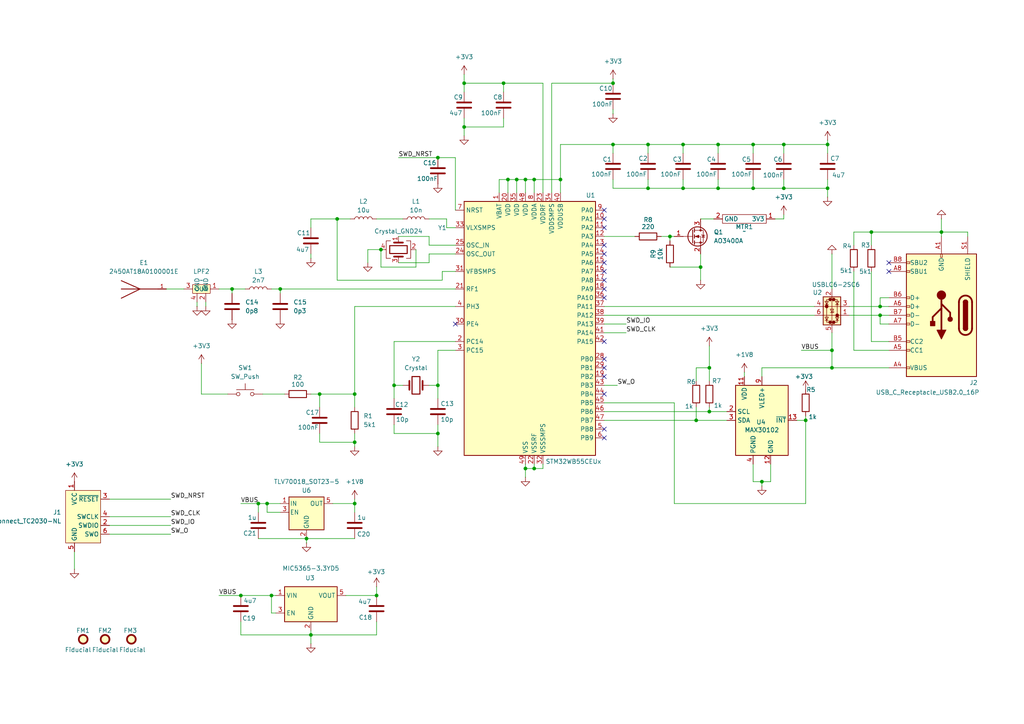
<source format=kicad_sch>
(kicad_sch (version 20231120) (generator "eeschema") (generator_version "8.0")
  (paper "A4")
  (junction (at 154.94 135.89))
  (junction (at 218.44 54.61))
  (junction (at 201.93 121.92))
  (junction (at 102.87 114.3))
  (junction (at 90.17 184.15))
  (junction (at 252.73 67.31))
  (junction (at 240.03 54.61))
  (junction (at 110.49 72.39))
  (junction (at 205.74 106.68))
  (junction (at 220.98 139.7))
  (junction (at 127 125.73))
  (junction (at 77.47 146.05))
  (junction (at 127 45.72))
  (junction (at 114.3 111.76))
  (junction (at 152.4 52.07))
  (junction (at 149.86 52.07))
  (junction (at 233.68 121.92))
  (junction (at 208.28 41.91))
  (junction (at 187.96 41.91))
  (junction (at 241.3 101.6))
  (junction (at 240.03 41.91))
  (junction (at 69.85 172.72))
  (junction (at 218.44 41.91))
  (junction (at 203.2 77.47))
  (junction (at 147.32 52.07))
  (junction (at 97.79 63.5))
  (junction (at 92.71 114.3))
  (junction (at 152.4 135.89))
  (junction (at 127 111.76))
  (junction (at 205.74 119.38))
  (junction (at 208.28 54.61))
  (junction (at 154.94 52.07))
  (junction (at 134.62 24.13))
  (junction (at 88.9 156.21))
  (junction (at 134.62 36.83))
  (junction (at 146.05 24.13))
  (junction (at 81.28 83.82))
  (junction (at 187.96 54.61))
  (junction (at 241.3 106.68))
  (junction (at 102.87 146.05))
  (junction (at 198.12 41.91))
  (junction (at 227.33 54.61))
  (junction (at 194.31 68.58))
  (junction (at 177.8 41.91))
  (junction (at 227.33 41.91))
  (junction (at 177.8 24.13))
  (junction (at 255.27 88.9))
  (junction (at 273.05 67.31))
  (junction (at 255.27 91.44))
  (junction (at 102.87 128.27))
  (junction (at 74.93 146.05))
  (junction (at 67.31 83.82))
  (junction (at 109.22 172.72))
  (junction (at 162.56 52.07))
  (junction (at 198.12 54.61))
  (junction (at 78.74 172.72))
  (no_connect (at 175.26 86.36))
  (no_connect (at 175.26 99.06))
  (no_connect (at 175.26 104.14))
  (no_connect (at 175.26 73.66))
  (no_connect (at 175.26 76.2))
  (no_connect (at 132.08 93.98))
  (no_connect (at 175.26 81.28))
  (no_connect (at 175.26 106.68))
  (no_connect (at 175.26 83.82))
  (no_connect (at 175.26 127))
  (no_connect (at 175.26 60.96))
  (no_connect (at 175.26 78.74))
  (no_connect (at 175.26 66.04))
  (no_connect (at 175.26 114.3))
  (no_connect (at 257.81 76.2))
  (no_connect (at 175.26 109.22))
  (no_connect (at 257.81 78.74))
  (no_connect (at 175.26 124.46))
  (no_connect (at 175.26 71.12))
  (no_connect (at 175.26 63.5))
  (wire (pts (xy 227.33 54.61) (xy 227.33 52.07)))
  (wire (pts (xy 127 125.73) (xy 127 123.19)))
  (wire (pts (xy 154.94 52.07) (xy 154.94 55.88)))
  (wire (pts (xy 252.73 99.06) (xy 252.73 78.74)))
  (wire (pts (xy 201.93 106.68) (xy 205.74 106.68)))
  (wire (pts (xy 208.28 41.91) (xy 208.28 44.45)))
  (wire (pts (xy 69.85 172.72) (xy 78.74 172.72)))
  (wire (pts (xy 175.26 91.44) (xy 236.22 91.44)))
  (wire (pts (xy 198.12 54.61) (xy 208.28 54.61)))
  (wire (pts (xy 77.47 146.05) (xy 74.93 146.05)))
  (wire (pts (xy 90.17 184.15) (xy 90.17 182.88)))
  (wire (pts (xy 280.67 67.31) (xy 273.05 67.31)))
  (wire (pts (xy 102.87 146.05) (xy 102.87 148.59)))
  (wire (pts (xy 115.57 68.58) (xy 124.46 68.58)))
  (wire (pts (xy 227.33 41.91) (xy 227.33 44.45)))
  (wire (pts (xy 203.2 81.28) (xy 203.2 77.47)))
  (wire (pts (xy 149.86 52.07) (xy 152.4 52.07)))
  (wire (pts (xy 96.52 146.05) (xy 102.87 146.05)))
  (wire (pts (xy 146.05 24.13) (xy 146.05 26.67)))
  (wire (pts (xy 149.86 52.07) (xy 149.86 55.88)))
  (wire (pts (xy 255.27 88.9) (xy 257.81 88.9)))
  (wire (pts (xy 127 111.76) (xy 127 115.57)))
  (wire (pts (xy 257.81 86.36) (xy 255.27 86.36)))
  (wire (pts (xy 247.65 67.31) (xy 252.73 67.31)))
  (wire (pts (xy 224.79 63.5) (xy 227.33 63.5)))
  (wire (pts (xy 88.9 156.21) (xy 74.93 156.21)))
  (wire (pts (xy 128.27 78.74) (xy 132.08 78.74)))
  (wire (pts (xy 134.62 21.59) (xy 134.62 24.13)))
  (wire (pts (xy 115.57 45.72) (xy 127 45.72)))
  (wire (pts (xy 218.44 139.7) (xy 220.98 139.7)))
  (wire (pts (xy 218.44 134.62) (xy 218.44 139.7)))
  (wire (pts (xy 106.68 76.2) (xy 106.68 72.39)))
  (wire (pts (xy 257.81 93.98) (xy 255.27 93.98)))
  (wire (pts (xy 90.17 186.69) (xy 90.17 184.15)))
  (wire (pts (xy 132.08 45.72) (xy 132.08 60.96)))
  (wire (pts (xy 152.4 134.62) (xy 152.4 135.89)))
  (wire (pts (xy 48.26 83.82) (xy 53.34 83.82)))
  (wire (pts (xy 247.65 71.12) (xy 247.65 67.31)))
  (wire (pts (xy 162.56 52.07) (xy 162.56 41.91)))
  (wire (pts (xy 233.68 121.92) (xy 233.68 146.05)))
  (wire (pts (xy 198.12 41.91) (xy 208.28 41.91)))
  (wire (pts (xy 114.3 111.76) (xy 116.84 111.76)))
  (wire (pts (xy 201.93 106.68) (xy 201.93 110.49)))
  (wire (pts (xy 31.75 149.86) (xy 49.53 149.86)))
  (wire (pts (xy 157.48 135.89) (xy 157.48 134.62)))
  (wire (pts (xy 154.94 135.89) (xy 154.94 134.62)))
  (wire (pts (xy 97.79 63.5) (xy 101.6 63.5)))
  (wire (pts (xy 124.46 111.76) (xy 127 111.76)))
  (wire (pts (xy 114.3 111.76) (xy 114.3 115.57)))
  (wire (pts (xy 241.3 106.68) (xy 257.81 106.68)))
  (wire (pts (xy 233.68 146.05) (xy 195.58 146.05)))
  (wire (pts (xy 273.05 63.5) (xy 273.05 67.31)))
  (wire (pts (xy 240.03 54.61) (xy 240.03 52.07)))
  (wire (pts (xy 31.75 144.78) (xy 49.53 144.78)))
  (wire (pts (xy 31.75 154.94) (xy 49.53 154.94)))
  (wire (pts (xy 21.59 160.02) (xy 21.59 165.1)))
  (wire (pts (xy 57.15 87.63) (xy 57.15 88.9)))
  (wire (pts (xy 177.8 22.86) (xy 177.8 24.13)))
  (wire (pts (xy 66.04 114.3) (xy 58.42 114.3)))
  (wire (pts (xy 124.46 71.12) (xy 132.08 71.12)))
  (wire (pts (xy 194.31 77.47) (xy 203.2 77.47)))
  (wire (pts (xy 109.22 172.72) (xy 100.33 172.72)))
  (wire (pts (xy 220.98 106.68) (xy 241.3 106.68)))
  (wire (pts (xy 110.49 77.47) (xy 110.49 72.39)))
  (wire (pts (xy 31.75 152.4) (xy 49.53 152.4)))
  (wire (pts (xy 78.74 177.8) (xy 78.74 172.72)))
  (wire (pts (xy 129.54 63.5) (xy 124.46 63.5)))
  (wire (pts (xy 109.22 170.18) (xy 109.22 172.72)))
  (wire (pts (xy 144.78 52.07) (xy 147.32 52.07)))
  (wire (pts (xy 218.44 41.91) (xy 218.44 44.45)))
  (wire (pts (xy 215.9 107.95) (xy 215.9 109.22)))
  (wire (pts (xy 97.79 63.5) (xy 97.79 81.28)))
  (wire (pts (xy 227.33 41.91) (xy 240.03 41.91)))
  (wire (pts (xy 147.32 52.07) (xy 149.86 52.07)))
  (wire (pts (xy 201.93 118.11) (xy 201.93 121.92)))
  (wire (pts (xy 205.74 119.38) (xy 210.82 119.38)))
  (wire (pts (xy 208.28 52.07) (xy 208.28 54.61)))
  (wire (pts (xy 187.96 52.07) (xy 187.96 54.61)))
  (wire (pts (xy 90.17 114.3) (xy 92.71 114.3)))
  (wire (pts (xy 160.02 55.88) (xy 160.02 24.13)))
  (wire (pts (xy 146.05 36.83) (xy 134.62 36.83)))
  (wire (pts (xy 247.65 78.74) (xy 247.65 101.6)))
  (wire (pts (xy 252.73 67.31) (xy 252.73 71.12)))
  (wire (pts (xy 175.26 96.52) (xy 181.61 96.52)))
  (wire (pts (xy 109.22 63.5) (xy 116.84 63.5)))
  (wire (pts (xy 208.28 54.61) (xy 218.44 54.61)))
  (wire (pts (xy 90.17 63.5) (xy 97.79 63.5)))
  (wire (pts (xy 177.8 41.91) (xy 187.96 41.91)))
  (wire (pts (xy 124.46 76.2) (xy 124.46 73.66)))
  (wire (pts (xy 220.98 106.68) (xy 220.98 109.22)))
  (wire (pts (xy 205.74 100.33) (xy 205.74 106.68)))
  (wire (pts (xy 102.87 114.3) (xy 102.87 118.11)))
  (wire (pts (xy 218.44 41.91) (xy 227.33 41.91)))
  (wire (pts (xy 128.27 81.28) (xy 128.27 78.74)))
  (wire (pts (xy 102.87 128.27) (xy 102.87 129.54)))
  (wire (pts (xy 227.33 54.61) (xy 240.03 54.61)))
  (wire (pts (xy 127 111.76) (xy 127 101.6)))
  (wire (pts (xy 152.4 52.07) (xy 154.94 52.07)))
  (wire (pts (xy 152.4 135.89) (xy 154.94 135.89)))
  (wire (pts (xy 175.26 68.58) (xy 184.15 68.58)))
  (wire (pts (xy 81.28 148.59) (xy 77.47 148.59)))
  (wire (pts (xy 246.38 91.44) (xy 255.27 91.44)))
  (wire (pts (xy 160.02 24.13) (xy 177.8 24.13)))
  (wire (pts (xy 109.22 180.34) (xy 109.22 184.15)))
  (wire (pts (xy 255.27 86.36) (xy 255.27 88.9)))
  (wire (pts (xy 195.58 116.84) (xy 175.26 116.84)))
  (wire (pts (xy 67.31 85.09) (xy 67.31 83.82)))
  (wire (pts (xy 280.67 68.58) (xy 280.67 67.31)))
  (wire (pts (xy 78.74 83.82) (xy 81.28 83.82)))
  (wire (pts (xy 92.71 128.27) (xy 102.87 128.27)))
  (wire (pts (xy 63.5 172.72) (xy 69.85 172.72)))
  (wire (pts (xy 106.68 72.39) (xy 110.49 72.39)))
  (wire (pts (xy 114.3 111.76) (xy 114.3 99.06)))
  (wire (pts (xy 175.26 88.9) (xy 236.22 88.9)))
  (wire (pts (xy 129.54 66.04) (xy 132.08 66.04)))
  (wire (pts (xy 81.28 83.82) (xy 81.28 85.09)))
  (wire (pts (xy 129.54 63.5) (xy 129.54 66.04)))
  (wire (pts (xy 114.3 99.06) (xy 132.08 99.06)))
  (wire (pts (xy 241.3 101.6) (xy 232.41 101.6)))
  (wire (pts (xy 69.85 180.34) (xy 69.85 184.15)))
  (wire (pts (xy 218.44 52.07) (xy 218.44 54.61)))
  (wire (pts (xy 162.56 52.07) (xy 162.56 55.88)))
  (wire (pts (xy 146.05 34.29) (xy 146.05 36.83)))
  (wire (pts (xy 177.8 31.75) (xy 177.8 33.02)))
  (wire (pts (xy 198.12 52.07) (xy 198.12 54.61)))
  (wire (pts (xy 177.8 41.91) (xy 177.8 44.45)))
  (wire (pts (xy 255.27 93.98) (xy 255.27 91.44)))
  (wire (pts (xy 120.65 72.39) (xy 120.65 77.47)))
  (wire (pts (xy 177.8 52.07) (xy 177.8 54.61)))
  (wire (pts (xy 102.87 156.21) (xy 88.9 156.21)))
  (wire (pts (xy 67.31 83.82) (xy 71.12 83.82)))
  (wire (pts (xy 273.05 68.58) (xy 273.05 67.31)))
  (wire (pts (xy 201.93 121.92) (xy 210.82 121.92)))
  (wire (pts (xy 127 45.72) (xy 132.08 45.72)))
  (wire (pts (xy 58.42 105.41) (xy 58.42 114.3)))
  (wire (pts (xy 240.03 54.61) (xy 240.03 57.15)))
  (wire (pts (xy 175.26 121.92) (xy 201.93 121.92)))
  (wire (pts (xy 247.65 101.6) (xy 257.81 101.6)))
  (wire (pts (xy 92.71 125.73) (xy 92.71 128.27)))
  (wire (pts (xy 97.79 81.28) (xy 128.27 81.28)))
  (wire (pts (xy 240.03 41.91) (xy 240.03 44.45)))
  (wire (pts (xy 187.96 41.91) (xy 187.96 44.45)))
  (wire (pts (xy 124.46 68.58) (xy 124.46 71.12)))
  (wire (pts (xy 162.56 41.91) (xy 177.8 41.91)))
  (wire (pts (xy 81.28 146.05) (xy 77.47 146.05)))
  (wire (pts (xy 80.01 177.8) (xy 78.74 177.8)))
  (wire (pts (xy 241.3 101.6) (xy 241.3 106.68)))
  (wire (pts (xy 134.62 36.83) (xy 134.62 39.37)))
  (wire (pts (xy 124.46 73.66) (xy 132.08 73.66)))
  (wire (pts (xy 227.33 62.23) (xy 227.33 63.5)))
  (wire (pts (xy 102.87 114.3) (xy 92.71 114.3)))
  (wire (pts (xy 223.52 139.7) (xy 220.98 139.7)))
  (wire (pts (xy 233.68 120.65) (xy 233.68 121.92)))
  (wire (pts (xy 241.3 73.66) (xy 241.3 83.82)))
  (wire (pts (xy 76.2 114.3) (xy 82.55 114.3)))
  (wire (pts (xy 207.01 63.5) (xy 203.2 63.5)))
  (wire (pts (xy 146.05 24.13) (xy 134.62 24.13)))
  (wire (pts (xy 146.05 24.13) (xy 157.48 24.13)))
  (wire (pts (xy 102.87 128.27) (xy 102.87 125.73)))
  (wire (pts (xy 154.94 135.89) (xy 157.48 135.89)))
  (wire (pts (xy 194.31 68.58) (xy 194.31 69.85)))
  (wire (pts (xy 273.05 67.31) (xy 252.73 67.31)))
  (wire (pts (xy 152.4 135.89) (xy 152.4 138.43)))
  (wire (pts (xy 240.03 40.64) (xy 240.03 41.91)))
  (wire (pts (xy 115.57 76.2) (xy 124.46 76.2)))
  (wire (pts (xy 90.17 63.5) (xy 90.17 66.04)))
  (wire (pts (xy 109.22 184.15) (xy 90.17 184.15)))
  (wire (pts (xy 114.3 123.19) (xy 114.3 125.73)))
  (wire (pts (xy 175.26 119.38) (xy 205.74 119.38)))
  (wire (pts (xy 120.65 77.47) (xy 110.49 77.47)))
  (wire (pts (xy 78.74 172.72) (xy 80.01 172.72)))
  (wire (pts (xy 177.8 54.61) (xy 187.96 54.61)))
  (wire (pts (xy 144.78 55.88) (xy 144.78 52.07)))
  (wire (pts (xy 69.85 184.15) (xy 90.17 184.15)))
  (wire (pts (xy 205.74 106.68) (xy 205.74 110.49)))
  (wire (pts (xy 88.9 157.48) (xy 88.9 156.21)))
  (wire (pts (xy 102.87 88.9) (xy 132.08 88.9)))
  (wire (pts (xy 220.98 139.7) (xy 220.98 140.97)))
  (wire (pts (xy 203.2 77.47) (xy 203.2 73.66)))
  (wire (pts (xy 205.74 119.38) (xy 205.74 118.11)))
  (wire (pts (xy 92.71 114.3) (xy 92.71 118.11)))
  (wire (pts (xy 157.48 24.13) (xy 157.48 55.88)))
  (wire (pts (xy 208.28 41.91) (xy 218.44 41.91)))
  (wire (pts (xy 187.96 41.91) (xy 198.12 41.91)))
  (wire (pts (xy 127 101.6) (xy 132.08 101.6)))
  (wire (pts (xy 81.28 83.82) (xy 132.08 83.82)))
  (wire (pts (xy 127 125.73) (xy 127 129.54)))
  (wire (pts (xy 255.27 91.44) (xy 257.81 91.44)))
  (wire (pts (xy 134.62 24.13) (xy 134.62 26.67)))
  (wire (pts (xy 152.4 52.07) (xy 152.4 55.88)))
  (wire (pts (xy 223.52 139.7) (xy 223.52 134.62)))
  (wire (pts (xy 218.44 54.61) (xy 227.33 54.61)))
  (wire (pts (xy 147.32 52.07) (xy 147.32 55.88)))
  (wire (pts (xy 102.87 88.9) (xy 102.87 114.3)))
  (wire (pts (xy 74.93 146.05) (xy 74.93 148.59)))
  (wire (pts (xy 257.81 99.06) (xy 252.73 99.06)))
  (wire (pts (xy 198.12 41.91) (xy 198.12 44.45)))
  (wire (pts (xy 191.77 68.58) (xy 194.31 68.58)))
  (wire (pts (xy 59.69 87.63) (xy 59.69 88.9)))
  (wire (pts (xy 154.94 52.07) (xy 162.56 52.07)))
  (wire (pts (xy 69.85 146.05) (xy 74.93 146.05)))
  (wire (pts (xy 231.14 121.92) (xy 233.68 121.92)))
  (wire (pts (xy 90.17 73.66) (xy 90.17 74.93)))
  (wire (pts (xy 187.96 54.61) (xy 198.12 54.61)))
  (wire (pts (xy 102.87 144.78) (xy 102.87 146.05)))
  (wire (pts (xy 114.3 125.73) (xy 127 125.73)))
  (wire (pts (xy 194.31 68.58) (xy 195.58 68.58)))
  (wire (pts (xy 63.5 83.82) (xy 67.31 83.82)))
  (wire (pts (xy 246.38 88.9) (xy 255.27 88.9)))
  (wire (pts (xy 77.47 146.05) (xy 77.47 148.59)))
  (wire (pts (xy 175.26 111.76) (xy 179.07 111.76)))
  (wire (pts (xy 134.62 36.83) (xy 134.62 34.29)))
  (wire (pts (xy 175.26 93.98) (xy 181.61 93.98)))
  (wire (pts (xy 195.58 146.05) (xy 195.58 116.84)))
  (wire (pts (xy 241.3 96.52) (xy 241.3 101.6)))
  (label "VBUS" (at 232.41 101.6 0))
  (label "SWD_CLK" (at 49.53 149.86 0))
  (label "VBUS" (at 63.5 172.72 0))
  (label "SWD_IO" (at 181.61 93.98 0))
  (label "SWD_IO" (at 49.53 152.4 0))
  (label "SWD_NRST" (at 115.57 45.72 0))
  (label "SW_O" (at 179.07 111.76 0))
  (label "SW_O" (at 49.53 154.94 0))
  (label "SWD_CLK" (at 181.61 96.52 0))
  (label "VBUS" (at 69.85 146.05 0))
  (label "SWD_NRST" (at 49.53 144.78 0))
  (symbol (lib_id "Device:C") (at 227.33 48.26 0) (unit 1)
    (property "Reference" "C6" (at 224.282 46.228 0) (effects (justify left)))
    (property "Value" "100nF" (at 221.234 50.8 0) (effects (justify left)))
    (property "Footprint" "Capacitor_SMD:C_0402_1005Metric" (effects (hide yes)))
    (property "Description" "Unpolarized capacitor" (effects (hide yes)))
    (property "Distributer Link" "https://www.digikey.com/en/products/detail/kyocera-avx/04026c104kat2a/2345263" (effects (hide yes)))
    (property "Manufacturer" "KYOCERA AVX" (effects (hide yes)))
    (property "Manufacturer Part Number" "04026C104KAT2A" (effects (hide yes)))
  )
  (symbol (lib_id "power:GND") (at 90.17 74.93 0) (unit 1)
    (property "Reference" "#PWR08" (effects (hide yes)))
    (property "Value" "GND" (effects (hide yes)))
    (property "Description" "Power symbol creates a global label with name \"GND\" , ground" (effects (hide yes)))
  )
  (symbol (lib_id "2450AT18A0100001E:2450AT18A0100001E") (at 43.18 83.82 90) (unit 1)
    (property "Reference" "E1" (at 41.7195 76.2 90))
    (property "Value" "2450AT18A0100001E" (at 41.7195 78.74 90))
    (property "Footprint" "low_pass_filter:antennaa" (effects (hide yes)))
    (property "PARTREV" "4.0" (effects (hide yes)))
    (property "STANDARD" "Manufacturer recommendations" (effects (hide yes)))
    (property "MAXIMUM_PACKAGE_HEIGHT" "1.40 mm" (effects (hide yes)))
    (property "MANUFACTURER" "Johanson Technology" (effects (hide yes)))
    (property "Distributer Link" "https://www.digikey.com/en/products/detail/johanson-technology-inc/2450at18a0100001e/1560676" (effects (hide yes)))
    (property "Manufacturer" "Johanson Technology Inc." (effects (hide yes)))
    (property "Manufacturer Part Number" "2450AT18A0100001E" (effects (hide yes)))
  )
  (symbol (lib_id "power:+3V3") (at 109.22 170.18 0) (unit 1)
    (property "Reference" "#PWR023" (effects (hide yes)))
    (property "Value" "+3V3" (at 106.426 165.862 0) (effects (justify left)))
    (property "Description" "Power symbol creates a global label with name \"+3V3\"" (effects (hide yes)))
  )
  (symbol (lib_id "Device:R") (at 233.68 116.84 180) (unit 1)
    (property "Reference" "R5" (at 235.204 113.03 0))
    (property "Value" "1k" (at 235.712 120.904 0))
    (property "Footprint" "Resistor_SMD:R_0402_1005Metric" (effects (hide yes)))
    (property "Description" "Resistor" (effects (hide yes)))
    (property "Distributer Link" "https://www.digikey.com/en/products/detail/yageo/RC0402JR-071KL/726408" (effects (hide yes)))
    (property "Manufacturer" "YAGEO" (effects (hide yes)))
    (property "Manufacturer Part Number" "RC0402JR-071KL" (effects (hide yes)))
  )
  (symbol (lib_id "Device:C") (at 74.93 152.4 0) (unit 1)
    (property "Reference" "C21" (at 74.422 154.686 0) (effects (justify right)))
    (property "Value" "1u" (at 74.422 150.114 0) (effects (justify right)))
    (property "Footprint" "Capacitor_SMD:C_0201_0603Metric_Pad0.64x0.40mm_HandSolder" (effects (hide yes)))
    (property "Description" "Unpolarized capacitor" (effects (hide yes)))
    (property "Distributer Link" "https://www.digikey.com/en/products/detail/nextgen-components/0603B105K100XD/18677009" (effects (hide yes)))
    (property "Manufacturer" "Aillen" (effects (hide yes)))
    (property "Manufacturer Part Number" "0603B105K100XD" (effects (hide yes)))
  )
  (symbol (lib_id "power:GND") (at 88.9 157.48 0) (unit 1)
    (property "Reference" "#PWR025" (effects (hide yes)))
    (property "Value" "GND" (effects (hide yes)))
    (property "Description" "Power symbol creates a global label with name \"GND\" , ground" (effects (hide yes)))
  )
  (symbol (lib_id "Device:C") (at 177.8 48.26 0) (unit 1)
    (property "Reference" "C1" (at 174.752 46.228 0) (effects (justify left)))
    (property "Value" "100nF" (at 171.45 50.546 0) (effects (justify left)))
    (property "Footprint" "Capacitor_SMD:C_0402_1005Metric" (effects (hide yes)))
    (property "Description" "Unpolarized capacitor" (effects (hide yes)))
    (property "Distributer Link" "https://www.digikey.com/en/products/detail/kyocera-avx/04026c104kat2a/2345263" (effects (hide yes)))
    (property "Manufacturer" "KYOCERA AVX" (effects (hide yes)))
    (property "Manufacturer Part Number" "04026C104KAT2A" (effects (hide yes)))
  )
  (symbol (lib_id "Device:C") (at 81.28 88.9 0) (unit 1)
    (property "Reference" "C15" (at 85.09 87.6299 0) (effects (justify left)))
    (property "Value" "0p3" (at 85.09 90.1699 0) (effects (justify left)))
    (property "Footprint" "Capacitor_SMD:C_01005_0402Metric" (effects (hide yes)))
    (property "Description" "Unpolarized capacitor" (effects (hide yes)))
    (property "Distributer Link" "https://www.digikey.com/en/products/detail/murata-electronics/GRM1555C1HR30WA01D/3694052?s=N4IgTCBcDaIOYCcC2BGArBgxigFggzAAwDuAhoSgCIgC6AvkA" (effects (hide yes)))
    (property "Manufacturer" "Murata Electronics" (effects (hide yes)))
    (property "Manufacturer Part Number" "GRM1555C1HR30WA01D" (effects (hide yes)))
  )
  (symbol (lib_id "power:GND") (at 67.31 92.71 0) (unit 1)
    (property "Reference" "#PWR010" (effects (hide yes)))
    (property "Value" "GND" (effects (hide yes)))
    (property "Description" "Power symbol creates a global label with name \"GND\" , ground" (effects (hide yes)))
  )
  (symbol (lib_id "Device:R") (at 201.93 114.3 180) (unit 1)
    (property "Reference" "R6" (at 199.136 110.744 0) (effects (justify right)))
    (property "Value" "1k" (at 198.628 117.856 0) (effects (justify right)))
    (property "Footprint" "Resistor_SMD:R_0402_1005Metric" (effects (hide yes)))
    (property "Description" "Resistor" (effects (hide yes)))
    (property "Distributer Link" "https://www.digikey.com/en/products/detail/yageo/RC0402JR-071KL/726408" (effects (hide yes)))
    (property "Manufacturer" "YAGEO" (effects (hide yes)))
    (property "Manufacturer Part Number" "RC0402JR-071KL" (effects (hide yes)))
  )
  (symbol (lib_id "Device:C") (at 127 119.38 0) (unit 1)
    (property "Reference" "C13" (at 127.762 117.094 0) (effects (justify left)))
    (property "Value" "10p" (at 127.762 121.666 0) (effects (justify left)))
    (property "Footprint" "Capacitor_SMD:C_01005_0402Metric" (effects (hide yes)))
    (property "Description" "Unpolarized capacitor" (effects (hide yes)))
    (property "Distributer Link" "https://www.digikey.com/en/products/detail/kyocera-avx/KGM05ACG1H100JN/11258418?s=N4IgTCBcDaIAwBY5gKwEMCMc4Cs0BcE0QBdAXyA" (effects (hide yes)))
    (property "Manufacturer" "KYOCERA AVX" (effects (hide yes)))
    (property "Manufacturer Part Number" "KGM05ACG1H100JN" (effects (hide yes)))
  )
  (symbol (lib_id "Device:C") (at 177.8 27.94 0) (unit 1)
    (property "Reference" "C10" (at 173.736 25.654 0) (effects (justify left)))
    (property "Value" "100nF" (at 171.704 30.226 0) (effects (justify left)))
    (property "Footprint" "Capacitor_SMD:C_0402_1005Metric" (effects (hide yes)))
    (property "Description" "Unpolarized capacitor" (effects (hide yes)))
    (property "Distributer Link" "https://www.digikey.com/en/products/detail/kyocera-avx/04026c104kat2a/2345263" (effects (hide yes)))
    (property "Manufacturer" "KYOCERA AVX" (effects (hide yes)))
    (property "Manufacturer Part Number" "04026C104KAT2A" (effects (hide yes)))
  )
  (symbol (lib_id "power:GND") (at 203.2 81.28 0) (unit 1)
    (property "Reference" "#PWR028" (effects (hide yes)))
    (property "Value" "GND" (effects (hide yes)))
    (property "Description" "Power symbol creates a global label with name \"GND\" , ground" (effects (hide yes)))
  )
  (symbol (lib_id "Device:C") (at 102.87 152.4 0) (unit 1)
    (property "Reference" "C20" (at 107.442 154.94 0) (effects (justify right)))
    (property "Value" "1u" (at 106.172 150.114 0) (effects (justify right)))
    (property "Footprint" "Capacitor_SMD:C_0201_0603Metric_Pad0.64x0.40mm_HandSolder" (effects (hide yes)))
    (property "Description" "Unpolarized capacitor" (effects (hide yes)))
    (property "Distributer Link" "https://www.digikey.com/en/products/detail/nextgen-components/0603B105K100XD/18677009" (effects (hide yes)))
    (property "Manufacturer" "Aillen" (effects (hide yes)))
    (property "Manufacturer Part Number" "0603B105K100XD" (effects (hide yes)))
  )
  (symbol (lib_id "Device:C") (at 114.3 119.38 0) (unit 1)
    (property "Reference" "C12" (at 114.554 117.348 0) (effects (justify left)))
    (property "Value" "10p" (at 114.808 121.666 0) (effects (justify left)))
    (property "Footprint" "Capacitor_SMD:C_01005_0402Metric" (effects (hide yes)))
    (property "Description" "Unpolarized capacitor" (effects (hide yes)))
    (property "Distributer Link" "https://www.digikey.com/en/products/detail/kyocera-avx/KGM05ACG1H100JN/11258418?s=N4IgTCBcDaIAwBY5gKwEMCMc4Cs0BcE0QBdAXyA" (effects (hide yes)))
    (property "Manufacturer" "KYOCERA AVX" (effects (hide yes)))
    (property "Manufacturer Part Number" "KGM05ACG1H100JN" (effects (hide yes)))
  )
  (symbol (lib_id "power:+3V3") (at 21.59 139.7 0) (unit 1)
    (property "Reference" "#PWR032" (effects (hide yes)))
    (property "Value" "+3V3" (at 21.59 134.62 0))
    (property "Description" "Power symbol creates a global label with name \"+3V3\"" (effects (hide yes)))
  )
  (symbol (lib_id "Device:R") (at 187.96 68.58 90) (unit 1)
    (property "Reference" "R8" (at 187.96 63.754 90))
    (property "Value" "220" (at 187.96 65.786 90))
    (property "Footprint" "Resistor_SMD:R_0402_1005Metric" (effects (hide yes)))
    (property "Description" "Resistor" (effects (hide yes)))
    (property "Distributer Link" "https://www.digikey.com/en/products/detail/yageo/RC0402JR-07100RL/726415" (effects (hide yes)))
    (property "Manufacturer" "YAGEO" (effects (hide yes)))
    (property "Manufacturer Part Number" "RC0402JR-07100RL" (effects (hide yes)))
  )
  (symbol (lib_id "power:+3V3") (at 58.42 105.41 0) (unit 1)
    (property "Reference" "#PWR019" (effects (hide yes)))
    (property "Value" "+3V3" (at 58.42 100.33 0))
    (property "Description" "Power symbol creates a global label with name \"+3V3\"" (effects (hide yes)))
  )
  (symbol (lib_id "Device:C") (at 208.28 48.26 0) (unit 1)
    (property "Reference" "C4" (at 204.978 46.228 0) (effects (justify left)))
    (property "Value" "100nF" (at 201.93 50.546 0) (effects (justify left)))
    (property "Footprint" "Capacitor_SMD:C_0402_1005Metric" (effects (hide yes)))
    (property "Description" "Unpolarized capacitor" (effects (hide yes)))
    (property "Distributer Link" "https://www.digikey.com/en/products/detail/kyocera-avx/04026c104kat2a/2345263" (effects (hide yes)))
    (property "Manufacturer" "KYOCERA AVX" (effects (hide yes)))
    (property "Manufacturer Part Number" "04026C104KAT2A" (effects (hide yes)))
  )
  (symbol (lib_id "power:GND") (at 90.17 186.69 0) (unit 1)
    (property "Reference" "#PWR022" (effects (hide yes)))
    (property "Value" "GND" (effects (hide yes)))
    (property "Description" "Power symbol creates a global label with name \"GND\" , ground" (effects (hide yes)))
  )
  (symbol (lib_id "power:GND") (at 134.62 39.37 0) (unit 1)
    (property "Reference" "#PWR05" (effects (hide yes)))
    (property "Value" "GND" (effects (hide yes)))
    (property "Description" "Power symbol creates a global label with name \"GND\" , ground" (effects (hide yes)))
  )
  (symbol (lib_id "power:GND") (at 152.4 138.43 0) (unit 1)
    (property "Reference" "#PWR01" (effects (hide yes)))
    (property "Value" "GND" (effects (hide yes)))
    (property "Description" "Power symbol creates a global label with name \"GND\" , ground" (effects (hide yes)))
  )
  (symbol (lib_id "Connector:Conn_ARM_SWD_TagConnect_TC2030-NL") (at 24.13 149.86 0) (unit 1) (in_bom no)
    (property "Reference" "J1" (at 17.78 148.5899 0) (effects (justify right)))
    (property "Value" "Conn_ARM_SWD_TagConnect_TC2030-NL" (at 17.78 151.1299 0) (effects (justify right)))
    (property "Footprint" "Connector:Tag-Connect_TC2030-IDC-NL_2x03_P1.27mm_Vertical" (effects (hide yes)))
    (property "Datasheet" "https://www.tag-connect.com/wp-content/uploads/bsk-pdf-manager/TC2030-CTX_1.pdf" (effects (hide yes)))
    (property "Description" "Tag-Connect ARM Cortex SWD JTAG connector, 6 pin, no legs" (effects (hide yes)))
  )
  (symbol (lib_id "Device:C") (at 134.62 30.48 0) (unit 1)
    (property "Reference" "C9" (at 131.572 28.194 0) (effects (justify left)))
    (property "Value" "4u7" (at 130.302 32.766 0) (effects (justify left)))
    (property "Footprint" "Capacitor_SMD:C_0402_1005Metric_Pad0.74x0.62mm_HandSolder" (effects (hide yes)))
    (property "Description" "Unpolarized capacitor" (effects (hide yes)))
    (property "Distributer Link" "https://www.digikey.com/en/products/detail/kyocera-avx/0603YD475MAT2A/9748484?s=N4IgTCBcDaIAwDY4GYCeATALAdgKwFkBDAFzEJAF0BfIA" (effects (hide yes)))
    (property "Manufacturer" "KYOCERA AVX" (effects (hide yes)))
    (property "Manufacturer Part Number" "0603YD475MAT2A" (effects (hide yes)))
  )
  (symbol (lib_id "power:GND") (at 57.15 88.9 0) (unit 1)
    (property "Reference" "#PWR012" (effects (hide yes)))
    (property "Value" "GND" (effects (hide yes)))
    (property "Description" "Power symbol creates a global label with name \"GND\" , ground" (effects (hide yes)))
  )
  (symbol (lib_id "power:+1V8") (at 102.87 144.78 0) (unit 1)
    (property "Reference" "#PWR016" (effects (hide yes)))
    (property "Value" "+1V8" (at 102.87 139.7 0))
    (property "Description" "Power symbol creates a global label with name \"+1V8\"" (effects (hide yes)))
  )
  (symbol (lib_name "low_pass_filter_1") (lib_id "low_pass_filter:low_pass_filter") (at 58.42 83.82 0) (unit 1)
    (property "Reference" "LPF2" (at 58.42 78.74 0))
    (property "Value" "~" (at 58.42 81.28 0))
    (property "Footprint" "low_pass_filter:low-pass_filter-footprint" (effects (hide yes)))
    (property "Distributer Link" "https://www.digikey.com/en/products/detail/tdk-corporation/dlf162500lt-5028a1/4321991" (effects (hide yes)))
    (property "Manufacturer" "TDK Corporation" (effects (hide yes)))
    (property "Manufacturer Part Number" "DLF162500LT-5028A1" (effects (hide yes)))
  )
  (symbol (lib_id "Device:Crystal") (at 120.65 111.76 0) (unit 1)
    (property "Reference" "Y2" (at 120.65 104.14 0))
    (property "Value" "Crystal" (at 120.65 106.68 0))
    (property "Footprint" "low_pass_filter:32k_Crystal" (effects (hide yes)))
    (property "Description" "Two pin crystal" (effects (hide yes)))
    (property "Distributer Link" "https://www.digikey.com/en/products/detail/ndk-nihon-dempa-kogyo-co-ltd/STDMUB1-32-768K/4914433?s=N4IgTCBcDaIHYA8wAYCMYDOBDAtAZjADoB2ANgA4BrHDAFwBMcBbAVwCMdUQBdAXyA" (effects (hide yes)))
    (property "Manufacturer" "NDK (NIHON DEMPA KOGYO CO., LTD)" (effects (hide yes)))
    (property "Manufacturer Part Number" "STDMUB1-32.768K" (effects (hide yes)))
  )
  (symbol (lib_id "Device:C") (at 90.17 69.85 0) (unit 1)
    (property "Reference" "C11" (at 86.106 67.564 0) (effects (justify left)))
    (property "Value" "4u7" (at 85.852 72.39 0) (effects (justify left)))
    (property "Footprint" "Capacitor_SMD:C_0402_1005Metric_Pad0.74x0.62mm_HandSolder" (effects (hide yes)))
    (property "Description" "Unpolarized capacitor" (effects (hide yes)))
    (property "Distributer Link" "https://www.digikey.com/en/products/detail/kyocera-avx/0603YD475MAT2A/9748484?s=N4IgTCBcDaIAwDY4GYCeATALAdgKwFkBDAFzEJAF0BfIA" (effects (hide yes)))
    (property "Manufacturer" "KYOCERA AVX" (effects (hide yes)))
    (property "Manufacturer Part Number" "0603YD475MAT2A" (effects (hide yes)))
  )
  (symbol (lib_id "Device:C") (at 127 49.53 0) (unit 1)
    (property "Reference" "C16" (at 122.682 47.244 0) (effects (justify left)))
    (property "Value" "100nF" (at 120.904 51.816 0) (effects (justify left)))
    (property "Footprint" "Capacitor_SMD:C_0402_1005Metric" (effects (hide yes)))
    (property "Description" "Unpolarized capacitor" (effects (hide yes)))
    (property "Distributer Link" "https://www.digikey.com/en/products/detail/kyocera-avx/04026c104kat2a/2345263" (effects (hide yes)))
    (property "Manufacturer" "KYOCERA AVX" (effects (hide yes)))
    (property "Manufacturer Part Number" "04026C104KAT2A" (effects (hide yes)))
  )
  (symbol (lib_id "power:GND") (at 241.3 73.66 180) (unit 1)
    (property "Reference" "#PWR020" (effects (hide yes)))
    (property "Value" "GND" (effects (hide yes)))
    (property "Description" "Power symbol creates a global label with name \"GND\" , ground" (effects (hide yes)))
  )
  (symbol (lib_id "Mechanical:Fiducial") (at 24.13 185.42 0) (unit 1) (exclude_from_sim yes) (in_bom no)
    (property "Reference" "FM1" (at 22.098 182.88 0) (effects (justify left)))
    (property "Value" "Fiducial" (at 18.796 188.468 0) (effects (justify left)))
    (property "Footprint" "Fiducial:Fiducial_0.5mm_Mask1.5mm" (effects (hide yes)))
    (property "Description" "Fiducial Marker" (effects (hide yes)))
  )
  (symbol (lib_id "power:GND") (at 21.59 165.1 0) (unit 1)
    (property "Reference" "#PWR031" (effects (hide yes)))
    (property "Value" "GND" (effects (hide yes)))
    (property "Description" "Power symbol creates a global label with name \"GND\" , ground" (effects (hide yes)))
  )
  (symbol (lib_id "power:GND") (at 177.8 33.02 0) (unit 1)
    (property "Reference" "#PWR06" (effects (hide yes)))
    (property "Value" "GND" (effects (hide yes)))
    (property "Description" "Power symbol creates a global label with name \"GND\" , ground" (effects (hide yes)))
  )
  (symbol (lib_id "Regulator_Linear:MIC5365-3.3YD5") (at 90.17 175.26 0) (unit 1)
    (property "Reference" "U3" (at 89.916 167.64 0))
    (property "Value" "MIC5365-3.3YD5" (at 90.17 164.846 0))
    (property "Footprint" "Package_TO_SOT_SMD:SOT-23-5" (effects (hide yes)))
    (property "Datasheet" "http://ww1.microchip.com/downloads/en/DeviceDoc/mic5365.pdf" (effects (hide yes)))
    (property "Description" "150mA Low-dropout Voltage Regulator, Vout 3.3V, Vin up to 5.5V, SOT-23-5" (effects (hide yes)))
    (property "Distributer Link" "https://www.digikey.com/en/products/detail/microchip-technology/mic5365-3-3yd5-tr/3671879" (effects (hide yes)))
    (property "Manufacturer" "Microchip Technology" (effects (hide yes)))
    (property "Manufacturer Part Number" "MIC5365-3.3YD5-TR" (effects (hide yes)))
  )
  (symbol (lib_id "Device:C") (at 69.85 176.53 0) (unit 1)
    (property "Reference" "C19" (at 74.168 179.324 0) (effects (justify right)))
    (property "Value" "4u7" (at 74.422 174.244 0) (effects (justify right)))
    (property "Footprint" "Capacitor_SMD:C_0201_0603Metric_Pad0.64x0.40mm_HandSolder" (effects (hide yes)))
    (property "Description" "Unpolarized capacitor" (effects (hide yes)))
    (property "Distributer Link" "https://www.digikey.com/en/products/detail/kyocera-avx/0603YD475MAT2A/9748484?s=N4IgTCBcDaIAwDY4GYCeATALAdgKwFkBDAFzEJAF0BfIA" (effects (hide yes)))
    (property "Manufacturer" "KYOCERA AVX" (effects (hide yes)))
    (property "Manufacturer Part Number" "0603YD475MAT2A" (effects (hide yes)))
  )
  (symbol (lib_id "Mechanical:Fiducial") (at 38.1 185.42 0) (unit 1) (exclude_from_sim yes) (in_bom no)
    (property "Reference" "FM3" (at 35.814 182.88 0) (effects (justify left)))
    (property "Value" "Fiducial" (at 34.544 188.468 0) (effects (justify left)))
    (property "Footprint" "Fiducial:Fiducial_0.5mm_Mask1.5mm" (effects (hide yes)))
    (property "Description" "Fiducial Marker" (effects (hide yes)))
  )
  (symbol (lib_id "power:+3V3") (at 134.62 21.59 0) (unit 1)
    (property "Reference" "#PWR04" (effects (hide yes)))
    (property "Value" "+3V3" (at 134.62 16.51 0))
    (property "Description" "Power symbol creates a global label with name \"+3V3\"" (effects (hide yes)))
  )
  (symbol (lib_id "power:GND") (at 106.68 76.2 0) (unit 1)
    (property "Reference" "#PWR014" (effects (hide yes)))
    (property "Value" "GND" (effects (hide yes)))
    (property "Description" "Power symbol creates a global label with name \"GND\" , ground" (effects (hide yes)))
  )
  (symbol (lib_id "Device:Crystal_GND24") (at 115.57 72.39 270) (unit 1)
    (property "Reference" "Y1" (at 128.27 66.0714 90))
    (property "Value" "Crystal_GND24" (at 115.57 67.056 90))
    (property "Footprint" "low_pass_filter:32M_Crystal" (effects (hide yes)))
    (property "Description" "Four pin crystal, GND on pins 2 and 4" (effects (hide yes)))
    (property "Distributer Link" "https://www.digikey.com/en/products/detail/ndk-nihon-dempa-kogyo-co-ltd/CS06465-32M/7645290?s=N4IgTCBcDaIHYA8wAYCMA2AzgQwLQGYwBZXAUQA0BlZZAQVwGFr0AWdEAXQF8g" (effects (hide yes)))
    (property "Manufacturer" "NDK (NIHON DEMPA KOGYO CO., LTD)" (effects (hide yes)))
    (property "Manufacturer Part Number" "CS06465-32M" (effects (hide yes)))
  )
  (symbol (lib_id "power:+3V3") (at 240.03 40.64 0) (unit 1)
    (property "Reference" "#PWR03" (effects (hide yes)))
    (property "Value" "+3V3" (at 240.03 35.56 0))
    (property "Description" "Power symbol creates a global label with name \"+3V3\"" (effects (hide yes)))
  )
  (symbol (lib_id "Device:R") (at 86.36 114.3 90) (unit 1)
    (property "Reference" "R2" (at 86.36 109.474 90))
    (property "Value" "100" (at 86.36 111.506 90))
    (property "Footprint" "Resistor_SMD:R_0402_1005Metric" (effects (hide yes)))
    (property "Description" "Resistor" (effects (hide yes)))
    (property "Distributer Link" "https://www.digikey.com/en/products/detail/yageo/RC0402JR-07100RL/726415" (effects (hide yes)))
    (property "Manufacturer" "YAGEO" (effects (hide yes)))
    (property "Manufacturer Part Number" "RC0402JR-07100RL" (effects (hide yes)))
  )
  (symbol (lib_id "power:+3V3") (at 177.8 22.86 0) (unit 1)
    (property "Reference" "#PWR07" (effects (hide yes)))
    (property "Value" "+3V3" (at 177.8 17.78 0))
    (property "Description" "Power symbol creates a global label with name \"+3V3\"" (effects (hide yes)))
  )
  (symbol (lib_id "Connector:USB_C_Receptacle_USB2.0_16P") (at 273.05 91.44 180) (unit 1)
    (property "Reference" "J2" (at 281.178 110.998 0) (effects (justify right)))
    (property "Value" "USB_C_Receptacle_USB2.0_16P" (at 254 113.792 0) (effects (justify right)))
    (property "Footprint" "Connector_USB:USB_C_Receptacle_GCT_USB4085" (effects (hide yes)))
    (property "Datasheet" "https://www.usb.org/sites/default/files/documents/usb_type-c.zip" (effects (hide yes)))
    (property "Description" "USB 2.0-only 16P Type-C Receptacle connector" (effects (hide yes)))
    (property "Distributer Link" "https://www.digikey.com/en/products/detail/gct/USB4085-GF-A/9859662?s=N4IgjCBcoLQCxVAYygMwIYBsDOBTANCAPZQDaIA7AAwDMAnBALoC%2BzhATGSAK7YBGKFkA" (effects (hide yes)))
    (property "Manufacturer" "GCT" (effects (hide yes)))
    (property "Manufacturer Part Number" "USB4085-GF-A" (effects (hide yes)))
  )
  (symbol (lib_id "MCU_ST_STM32WB:STM32WB55CEUx") (at 152.4 96.52 0) (unit 1)
    (property "Reference" "U1" (at 169.926 56.642 0) (effects (justify left)))
    (property "Value" "STM32WB55CEUx" (at 158.242 133.858 0) (effects (justify left)))
    (property "Footprint" "low_pass_filter:stm32wb55" (effects (hide yes)))
    (property "Datasheet" "https://www.st.com/resource/en/datasheet/stm32wb55ce.pdf" (effects (hide yes)))
    (property "Description" "STMicroelectronics Arm Cortex-M4 MCU, 512KB flash, 256KB RAM, 64 MHz, 1.71-3.6V, 30 GPIO, UFQFPN48" (effects (hide yes)))
    (property "Distributer Link" "https://www.digikey.com/en/products/detail/stmicroelectronics/STM32WB55CEU6/9919555" (effects (hide yes)))
    (property "Manufacturer" "STMicroelectronics" (effects (hide yes)))
    (property "Manufacturer Part Number" "STM32WB55CEU6" (effects (hide yes)))
  )
  (symbol (lib_id "power:+3V3") (at 227.33 62.23 0) (unit 1)
    (property "Reference" "#PWR027" (effects (hide yes)))
    (property "Value" "+3V3" (at 227.33 57.15 0))
    (property "Description" "Power symbol creates a global label with name \"+3V3\"" (effects (hide yes)))
  )
  (symbol (lib_id "Device:L") (at 120.65 63.5 90) (unit 1)
    (property "Reference" "L1" (at 120.65 58.42 90))
    (property "Value" "10n" (at 120.65 60.96 90))
    (property "Footprint" "Inductor_SMD:L_0402_1005Metric" (effects (hide yes)))
    (property "Description" "Inductor" (effects (hide yes)))
    (property "Distributer Link" "https://www.digikey.com/en/products/detail/murata-electronics/lqg15wz10nj02d/6798669" (effects (hide yes)))
    (property "Manufacturer" "Murata Electronics" (effects (hide yes)))
    (property "Manufacturer Part Number" "LQG15WZ10NJ02D" (effects (hide yes)))
  )
  (symbol (lib_id "Device:R") (at 205.74 114.3 180) (unit 1)
    (property "Reference" "R7" (at 206.502 110.49 0) (effects (justify right)))
    (property "Value" "1k" (at 207.01 117.602 0) (effects (justify right)))
    (property "Footprint" "Resistor_SMD:R_0402_1005Metric" (effects (hide yes)))
    (property "Description" "Resistor" (effects (hide yes)))
    (property "Distributer Link" "https://www.digikey.com/en/products/detail/yageo/RC0402JR-071KL/726408" (effects (hide yes)))
    (property "Manufacturer" "YAGEO" (effects (hide yes)))
    (property "Manufacturer Part Number" "RC0402JR-071KL" (effects (hide yes)))
  )
  (symbol (lib_id "Device:C") (at 218.44 48.26 0) (unit 1)
    (property "Reference" "C5" (at 215.138 46.228 0) (effects (justify left)))
    (property "Value" "100nF" (at 212.09 50.546 0) (effects (justify left)))
    (property "Footprint" "Capacitor_SMD:C_0402_1005Metric" (effects (hide yes)))
    (property "Description" "Unpolarized capacitor" (effects (hide yes)))
    (property "Distributer Link" "https://www.digikey.com/en/products/detail/kyocera-avx/04026c104kat2a/2345263" (effects (hide yes)))
    (property "Manufacturer" "KYOCERA AVX" (effects (hide yes)))
    (property "Manufacturer Part Number" "04026C104KAT2A" (effects (hide yes)))
  )
  (symbol (lib_id "Sensor:MAX30102") (at 220.98 121.92 0) (unit 1)
    (property "Reference" "U4" (at 220.726 122.428 0))
    (property "Value" "MAX30102" (at 220.98 124.714 0))
    (property "Footprint" "low_pass_filter:heart_rate_sensor" (effects (hide yes)))
    (property "Datasheet" "https://datasheets.maximintegrated.com/en/ds/MAX30102.pdf" (effects (hide yes)))
    (property "Description" "Heart Rate Sensor, 14-OLGA" (effects (hide yes)))
    (property "Distributer Link" "https://www.digikey.com/en/products/detail/analog-devices-inc-maxim-integrated/MAX30102EFD-T/6188734" (effects (hide yes)))
    (property "Manufacturer" "Analog Devices Inc./Maxim Integrated" (effects (hide yes)))
    (property "Manufacturer Part Number" "MAX30102EFD+T" (effects (hide yes)))
  )
  (symbol (lib_id "power:GND") (at 220.98 140.97 0) (unit 1)
    (property "Reference" "#PWR024" (effects (hide yes)))
    (property "Value" "GND" (effects (hide yes)))
    (property "Description" "Power symbol creates a global label with name \"GND\" , ground" (effects (hide yes)))
  )
  (symbol (lib_id "Device:C") (at 198.12 48.26 0) (unit 1)
    (property "Reference" "C3" (at 195.072 46.228 0) (effects (justify left)))
    (property "Value" "100nF" (at 191.516 50.546 0) (effects (justify left)))
    (property "Footprint" "Capacitor_SMD:C_0402_1005Metric" (effects (hide yes)))
    (property "Description" "Unpolarized capacitor" (effects (hide yes)))
    (property "Distributer Link" "https://www.digikey.com/en/products/detail/kyocera-avx/04026c104kat2a/2345263" (effects (hide yes)))
    (property "Manufacturer" "KYOCERA AVX" (effects (hide yes)))
    (property "Manufacturer Part Number" "04026C104KAT2A" (effects (hide yes)))
  )
  (symbol (lib_id "Device:L") (at 74.93 83.82 90) (unit 1)
    (property "Reference" "L3" (at 74.93 78.74 90))
    (property "Value" "2n7" (at 74.93 81.28 90))
    (property "Footprint" "Inductor_SMD:L_01005_0402Metric" (effects (hide yes)))
    (property "Description" "Inductor" (effects (hide yes)))
    (property "Distributer Link" "https://www.digikey.com/en/products/detail/murata-electronics/LQG15HS2N7S02D/662864?s=N4IgTCBcDaIDYEcDmBGArACwM5gHYHYsAGCAXQF8g" (effects (hide yes)))
    (property "Manufacturer" "Murata Electronics" (effects (hide yes)))
    (property "Manufacturer Part Number" "LQG15HS2N7S02D" (effects (hide yes)))
  )
  (symbol (lib_id "power:GND") (at 127 53.34 0) (unit 1)
    (property "Reference" "#PWR017" (effects (hide yes)))
    (property "Value" "GND" (effects (hide yes)))
    (property "Description" "Power symbol creates a global label with name \"GND\" , ground" (effects (hide yes)))
  )
  (symbol (lib_id "power:GND") (at 81.28 92.71 0) (unit 1)
    (property "Reference" "#PWR011" (effects (hide yes)))
    (property "Value" "GND" (effects (hide yes)))
    (property "Description" "Power symbol creates a global label with name \"GND\" , ground" (effects (hide yes)))
  )
  (symbol (lib_id "power:+3V3") (at 205.74 100.33 0) (unit 1)
    (property "Reference" "#PWR026" (effects (hide yes)))
    (property "Value" "+3V3" (at 205.74 95.25 0))
    (property "Description" "Power symbol creates a global label with name \"+3V3\"" (effects (hide yes)))
  )
  (symbol (lib_id "Device:C") (at 109.22 176.53 0) (unit 1)
    (property "Reference" "C18" (at 107.95 179.07 0) (effects (justify right)))
    (property "Value" "4u7" (at 107.696 174.498 0) (effects (justify right)))
    (property "Footprint" "Capacitor_SMD:C_0201_0603Metric_Pad0.64x0.40mm_HandSolder" (effects (hide yes)))
    (property "Description" "Unpolarized capacitor" (effects (hide yes)))
    (property "Distributer Link" "https://www.digikey.com/en/products/detail/kyocera-avx/0603YD475MAT2A/9748484?s=N4IgTCBcDaIAwDY4GYCeATALAdgKwFkBDAFzEJAF0BfIA" (effects (hide yes)))
    (property "Manufacturer" "KYOCERA AVX" (effects (hide yes)))
    (property "Manufacturer Part Number" "0603YD475MAT2A" (effects (hide yes)))
  )
  (symbol (lib_id "power:GND") (at 273.05 63.5 180) (unit 1)
    (property "Reference" "#PWR021" (effects (hide yes)))
    (property "Value" "GND" (effects (hide yes)))
    (property "Description" "Power symbol creates a global label with name \"GND\" , ground" (effects (hide yes)))
  )
  (symbol (lib_id "Device:C") (at 187.96 48.26 0) (unit 1)
    (property "Reference" "C2" (at 185.166 45.974 0) (effects (justify left)))
    (property "Value" "100nF" (at 181.61 50.546 0) (effects (justify left)))
    (property "Footprint" "Capacitor_SMD:C_0402_1005Metric" (effects (hide yes)))
    (property "Description" "Unpolarized capacitor" (effects (hide yes)))
    (property "Distributer Link" "https://www.digikey.com/en/products/detail/kyocera-avx/04026c104kat2a/2345263" (effects (hide yes)))
    (property "Manufacturer" "KYOCERA AVX" (effects (hide yes)))
    (property "Manufacturer Part Number" "04026C104KAT2A" (effects (hide yes)))
  )
  (symbol (lib_id "Device:R") (at 102.87 121.92 0) (unit 1)
    (property "Reference" "R1" (at 105.41 120.6499 0) (effects (justify left)))
    (property "Value" "5k1" (at 105.41 123.1899 0) (effects (justify left)))
    (property "Footprint" "Resistor_SMD:R_0402_1005Metric" (effects (hide yes)))
    (property "Description" "Resistor" (effects (hide yes)))
    (property "Distributer Link" "https://www.digikey.com/en/products/detail/yageo/RC0603FR-075K1L/727268?s=N4IgTCBcDaIE4GMAMA2JBmAZnAtEg7AKwDWAjADYgC6AvkA" (effects (hide yes)))
    (property "Manufacturer" "YAGEO" (effects (hide yes)))
    (property "Manufacturer Part Number" "RC0603FR-075K1L" (effects (hide yes)))
  )
  (symbol (lib_id "Switch:SW_Push") (at 71.12 114.3 0) (unit 1)
    (property "Reference" "SW1" (at 71.12 106.68 0))
    (property "Value" "SW_Push" (at 71.12 109.22 0))
    (property "Footprint" "Button_Switch_SMD:SW_SPST_CK_RS282G05A3" (effects (hide yes)))
    (property "Description" "Push button switch, generic, two pins" (effects (hide yes)))
    (property "Distributer Link" "https://www.digikey.com/en/products/detail/c-k/RS-282G05A3-SM-RT/2747190?s=N4IgTCBcDaIE4GcwA4wHMAMBWAhgZgQFs4AXEAXQF8g" (effects (hide yes)))
    (property "Manufacturer" "C&K" (effects (hide yes)))
    (property "Manufacturer Part Number" "RS-282G05A3-SM RT" (effects (hide yes)))
  )
  (symbol (lib_id "Transistor_FET:AO3400A") (at 200.66 68.58 0) (unit 1)
    (property "Reference" "Q1" (at 207.01 67.3099 0) (effects (justify left)))
    (property "Value" "AO3400A" (at 207.01 69.8499 0) (effects (justify left)))
    (property "Footprint" "Package_TO_SOT_SMD:SOT-23" (effects (hide yes)))
    (property "Datasheet" "http://www.aosmd.com/pdfs/datasheet/AO3400A.pdf" (effects (hide yes)))
    (property "Description" "30V Vds, 5.7A Id, N-Channel MOSFET, SOT-23" (effects (hide yes)))
    (property "Distributer Link" "https://www.digikey.com/en/products/detail/alpha-omega-semiconductor-inc/AO3400A/1855772" (effects (hide yes)))
    (property "Manufacturer" "Alpha & Omega Semiconductor Inc." (effects (hide yes)))
    (property "Manufacturer Part Number" "AO3400A" (effects (hide yes)))
  )
  (symbol (lib_id "power:GND") (at 240.03 57.15 0) (unit 1)
    (property "Reference" "#PWR02" (effects (hide yes)))
    (property "Value" "GND" (effects (hide yes)))
    (property "Description" "Power symbol creates a global label with name \"GND\" , ground" (effects (hide yes)))
  )
  (symbol (lib_id "Regulator_Linear:TLV70018_SOT23-5") (at 88.9 148.59 0) (unit 1)
    (property "Reference" "U6" (at 88.9 142.24 0))
    (property "Value" "TLV70018_SOT23-5" (at 88.9 139.7 0))
    (property "Footprint" "Package_TO_SOT_SMD:SOT-23-5" (effects (hide yes)))
    (property "Datasheet" "http://www.ti.com/lit/ds/symlink/tlv700.pdf" (effects (hide yes)))
    (property "Description" "200mA Low Dropout Voltage Regulator, Fixed Output 1.8V, SOT-23-5" (effects (hide yes)))
    (property "Distributer Link" "https://www.digikey.com/en/products/detail/texas-instruments/TLV77318PDBVR/23331424" (effects (hide yes)))
    (property "Manufacturer" "Texas Instruments" (effects (hide yes)))
    (property "Manufacturer Part Number" "TLV77318PDBVR" (effects (hide yes)))
  )
  (symbol (lib_id "power:GND") (at 102.87 129.54 0) (unit 1)
    (property "Reference" "#PWR018" (effects (hide yes)))
    (property "Value" "GND" (effects (hide yes)))
    (property "Description" "Power symbol creates a global label with name \"GND\" , ground" (effects (hide yes)))
  )
  (symbol (lib_id "Device:R") (at 247.65 74.93 180) (unit 1)
    (property "Reference" "R4" (at 244.348 71.374 0) (effects (justify right)))
    (property "Value" "5k1" (at 243.586 78.486 0) (effects (justify right)))
    (property "Footprint" "Resistor_SMD:R_0402_1005Metric" (effects (hide yes)))
    (property "Description" "Resistor" (effects (hide yes)))
    (property "Distributer Link" "https://www.digikey.com/en/products/detail/yageo/RC0603FR-075K1L/727268?s=N4IgTCBcDaIE4GMAMA2JBmAZnAtEg7AKwDWAjADYgC6AvkA" (effects (hide yes)))
    (property "Manufacturer" "YAGEO" (effects (hide yes)))
    (property "Manufacturer Part Number" "RC0603FR-075K1L" (effects (hide yes)))
  )
  (symbol (lib_id "power:+1V8") (at 215.9 107.95 0) (unit 1)
    (property "Reference" "#PWR030" (effects (hide yes)))
    (property "Value" "+1V8" (at 215.9 102.87 0))
    (property "Description" "Power symbol creates a global label with name \"+1V8\"" (effects (hide yes)))
  )
  (symbol (lib_id "power:GND") (at 59.69 88.9 0) (unit 1)
    (property "Reference" "#PWR013" (effects (hide yes)))
    (property "Value" "GND" (effects (hide yes)))
    (property "Description" "Power symbol creates a global label with name \"GND\" , ground" (effects (hide yes)))
  )
  (symbol (lib_id "Device:R") (at 194.31 73.66 180) (unit 1)
    (property "Reference" "R9" (at 189.484 73.66 90))
    (property "Value" "10k" (at 191.516 73.66 90))
    (property "Footprint" "Resistor_SMD:R_0402_1005Metric" (effects (hide yes)))
    (property "Description" "Resistor" (effects (hide yes)))
    (property "Distributer Link" "https://www.digikey.com/en/products/detail/yageo/RC0402JR-07100RL/726415" (effects (hide yes)))
    (property "Manufacturer" "YAGEO" (effects (hide yes)))
    (property "Manufacturer Part Number" "RC0402JR-07100RL" (effects (hide yes)))
  )
  (symbol (lib_id "Device:L") (at 105.41 63.5 90) (unit 1)
    (property "Reference" "L2" (at 105.41 58.42 90))
    (property "Value" "10u" (at 105.41 60.96 90))
    (property "Footprint" "Inductor_SMD:L_0402_1005Metric" (effects (hide yes)))
    (property "Description" "Inductor" (effects (hide yes)))
    (property "Distributer Link" "https://www.digikey.com/en/products/detail/murata-electronics/lqm21fn100m70l/1016188" (effects (hide yes)))
    (property "Manufacturer" "Murata Electronics" (effects (hide yes)))
    (property "Manufacturer Part Number" "LQM21FN100M70L" (effects (hide yes)))
  )
  (symbol (lib_id "Power_Protection:USBLC6-2SC6") (at 241.3 91.44 180) (unit 1)
    (property "Reference" "U2" (at 235.712 84.836 0) (effects (justify right)))
    (property "Value" "USBLC6-2SC6" (at 235.458 82.55 0) (effects (justify right)))
    (property "Footprint" "Package_TO_SOT_SMD:SOT-23-6" (effects (hide yes)))
    (property "Datasheet" "https://www.st.com/resource/en/datasheet/usblc6-2.pdf" (effects (hide yes)))
    (property "Description" "Very low capacitance ESD protection diode, 2 data-line, SOT-23-6" (effects (hide yes)))
    (property "Distributer Link" "https://www.digikey.com/en/products/detail/stmicroelectronics/USBLC6-2SC6/1040559" (effects (hide yes)))
    (property "Manufacturer" "STMicroelectronics" (effects (hide yes)))
    (property "Manufacturer Part Number" "USBLC6-2SC6" (effects (hide yes)))
  )
  (symbol (lib_id "Device:C") (at 67.31 88.9 0) (unit 1)
    (property "Reference" "C14" (at 71.12 87.6299 0) (effects (justify left)))
    (property "Value" "0p8" (at 71.12 90.1699 0) (effects (justify left)))
    (property "Footprint" "Capacitor_SMD:C_01005_0402Metric" (effects (hide yes)))
    (property "Description" "Unpolarized capacitor" (effects (hide yes)))
    (property "Distributer Link" "https://www.digikey.com/en/products/detail/murata-electronics/GRM1555C1HR80BA01D/3694062?s=N4IgTCBcDaIOYCcC2BGArBgxigFggHAAwBGAhoSgCIgC6AvkA" (effects (hide yes)))
    (property "Manufacturer" "Murata Electronics" (effects (hide yes)))
    (property "Manufacturer Part Number" "GRM1555C1HR80BA01D" (effects (hide yes)))
  )
  (symbol (lib_id "Device:C") (at 146.05 30.48 0) (unit 1)
    (property "Reference" "C8" (at 143.002 28.194 0) (effects (justify left)))
    (property "Value" "100nF" (at 139.446 32.766 0) (effects (justify left)))
    (property "Footprint" "Capacitor_SMD:C_0402_1005Metric" (effects (hide yes)))
    (property "Description" "Unpolarized capacitor" (effects (hide yes)))
    (property "Distributer Link" "https://www.digikey.com/en/products/detail/kyocera-avx/04026c104kat2a/2345263" (effects (hide yes)))
    (property "Manufacturer" "KYOCERA AVX" (effects (hide yes)))
    (property "Manufacturer Part Number" "04026C104KAT2A" (effects (hide yes)))
  )
  (symbol (lib_id "low_pass_filter:motor_pad") (at 215.9 63.5 180) (unit 1)
    (property "Reference" "MTR1" (at 215.9 65.786 0))
    (property "Value" "~" (at 215.9 67.056 0))
    (property "Footprint" "low_pass_filter:motor pad" (effects (hide yes)))
  )
  (symbol (lib_id "power:+3V3") (at 233.68 113.03 0) (unit 1)
    (property "Reference" "#PWR015" (effects (hide yes)))
    (property "Value" "+3V3" (at 233.172 109.22 0))
    (property "Description" "Power symbol creates a global label with name \"+3V3\"" (effects (hide yes)))
  )
  (symbol (lib_id "Device:R") (at 252.73 74.93 180) (unit 1)
    (property "Reference" "R3" (at 249.682 71.12 0) (effects (justify right)))
    (property "Value" "5k1" (at 249.174 78.74 0) (effects (justify right)))
    (property "Footprint" "Resistor_SMD:R_0402_1005Metric" (effects (hide yes)))
    (property "Description" "Resistor" (effects (hide yes)))
    (property "Distributer Link" "https://www.digikey.com/en/products/detail/yageo/RC0603FR-075K1L/727268?s=N4IgTCBcDaIE4GMAMA2JBmAZnAtEg7AKwDWAjADYgC6AvkA" (effects (hide yes)))
    (property "Manufacturer" "YAGEO" (effects (hide yes)))
    (property "Manufacturer Part Number" "RC0603FR-075K1L" (effects (hide yes)))
  )
  (symbol (lib_id "Device:C") (at 92.71 121.92 0) (unit 1)
    (property "Reference" "C17" (at 88.646 119.634 0) (effects (justify left)))
    (property "Value" "100nF" (at 86.36 123.952 0) (effects (justify left)))
    (property "Footprint" "Capacitor_SMD:C_0402_1005Metric" (effects (hide yes)))
    (property "Description" "Unpolarized capacitor" (effects (hide yes)))
    (property "Distributer Link" "https://www.digikey.com/en/products/detail/kyocera-avx/04026c104kat2a/2345263" (effects (hide yes)))
    (property "Manufacturer" "KYOCERA AVX" (effects (hide yes)))
    (property "Manufacturer Part Number" "04026C104KAT2A" (effects (hide yes)))
  )
  (symbol (lib_id "Mechanical:Fiducial") (at 30.48 185.42 0) (unit 1) (exclude_from_sim yes) (in_bom no)
    (property "Reference" "FM2" (at 28.448 182.88 0) (effects (justify left)))
    (property "Value" "Fiducial" (at 26.67 188.468 0) (effects (justify left)))
    (property "Footprint" "Fiducial:Fiducial_0.5mm_Mask1.5mm" (effects (hide yes)))
    (property "Description" "Fiducial Marker" (effects (hide yes)))
  )
  (symbol (lib_id "power:GND") (at 127 129.54 0) (unit 1)
    (property "Reference" "#PWR09" (effects (hide yes)))
    (property "Value" "GND" (effects (hide yes)))
    (property "Description" "Power symbol creates a global label with name \"GND\" , ground" (effects (hide yes)))
  )
  (symbol (lib_id "Device:C") (at 240.03 48.26 0) (unit 1)
    (property "Reference" "C7" (at 240.792 45.974 0) (effects (justify left)))
    (property "Value" "4u7" (at 241.3 50.8 0) (effects (justify left)))
    (property "Footprint" "Capacitor_SMD:C_0603_1608Metric" (effects (hide yes)))
    (property "Description" "Unpolarized capacitor" (effects (hide yes)))
    (property "Distributer Link" "https://www.digikey.com/en/products/detail/kyocera-avx/0603YD475MAT2A/9748484?s=N4IgTCBcDaIAwDY4GYCeATALAdgKwFkBDAFzEJAF0BfIA" (effects (hide yes)))
    (property "Manufacturer" "KYOCERA AVX" (effects (hide yes)))
    (property "Manufacturer Part Number" "0603YD475MAT2A" (effects (hide yes)))
  )
)
</source>
